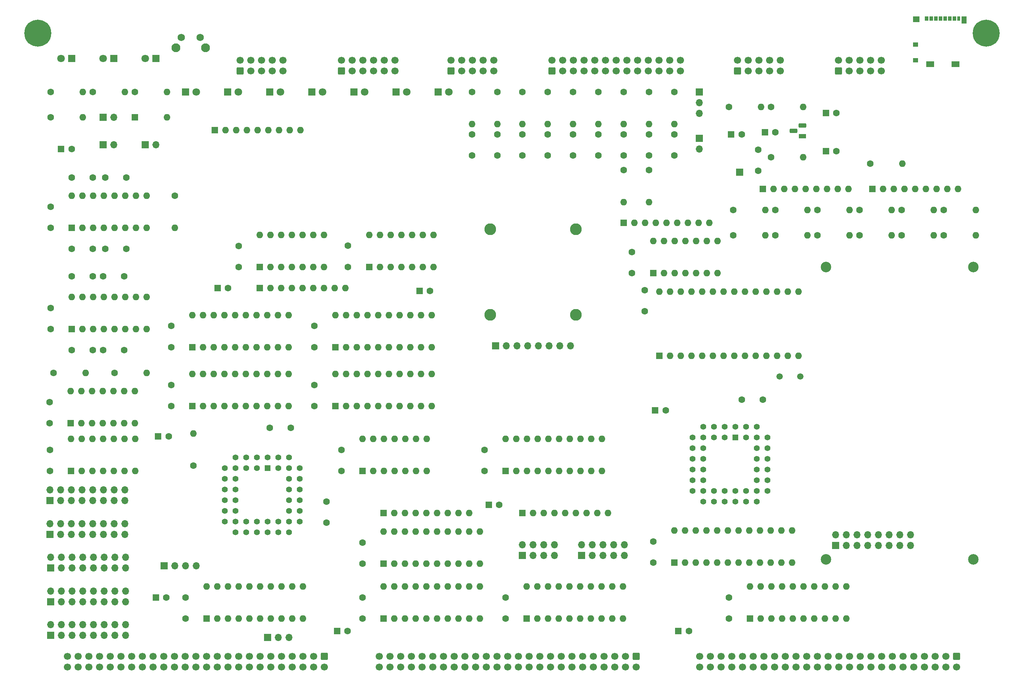
<source format=gbr>
%TF.GenerationSoftware,KiCad,Pcbnew,(6.0.11)*%
%TF.CreationDate,2024-03-24T09:47:06-04:00*%
%TF.ProjectId,input-output.Multi,696e7075-742d-46f7-9574-7075742e4d75,rev?*%
%TF.SameCoordinates,Original*%
%TF.FileFunction,Soldermask,Top*%
%TF.FilePolarity,Negative*%
%FSLAX46Y46*%
G04 Gerber Fmt 4.6, Leading zero omitted, Abs format (unit mm)*
G04 Created by KiCad (PCBNEW (6.0.11)) date 2024-03-24 09:47:06*
%MOMM*%
%LPD*%
G01*
G04 APERTURE LIST*
G04 Aperture macros list*
%AMRoundRect*
0 Rectangle with rounded corners*
0 $1 Rounding radius*
0 $2 $3 $4 $5 $6 $7 $8 $9 X,Y pos of 4 corners*
0 Add a 4 corners polygon primitive as box body*
4,1,4,$2,$3,$4,$5,$6,$7,$8,$9,$2,$3,0*
0 Add four circle primitives for the rounded corners*
1,1,$1+$1,$2,$3*
1,1,$1+$1,$4,$5*
1,1,$1+$1,$6,$7*
1,1,$1+$1,$8,$9*
0 Add four rect primitives between the rounded corners*
20,1,$1+$1,$2,$3,$4,$5,0*
20,1,$1+$1,$4,$5,$6,$7,0*
20,1,$1+$1,$6,$7,$8,$9,0*
20,1,$1+$1,$8,$9,$2,$3,0*%
G04 Aperture macros list end*
%ADD10C,1.600000*%
%ADD11R,1.600000X1.600000*%
%ADD12O,1.600000X1.600000*%
%ADD13R,1.800000X1.800000*%
%ADD14C,1.800000*%
%ADD15C,6.400000*%
%ADD16R,1.700000X1.700000*%
%ADD17O,1.700000X1.700000*%
%ADD18RoundRect,0.250000X0.600000X-0.600000X0.600000X0.600000X-0.600000X0.600000X-0.600000X-0.600000X0*%
%ADD19C,1.700000*%
%ADD20R,1.422400X1.422400*%
%ADD21C,1.422400*%
%ADD22R,1.800000X1.100000*%
%ADD23RoundRect,0.275000X0.625000X-0.275000X0.625000X0.275000X-0.625000X0.275000X-0.625000X-0.275000X0*%
%ADD24C,2.100000*%
%ADD25C,1.750000*%
%ADD26RoundRect,0.250000X-0.600000X0.600000X-0.600000X-0.600000X0.600000X-0.600000X0.600000X0.600000X0*%
%ADD27R,0.850000X1.100000*%
%ADD28R,0.750000X1.100000*%
%ADD29R,1.200000X1.000000*%
%ADD30R,1.170000X1.800000*%
%ADD31R,1.900000X1.350000*%
%ADD32R,1.550000X1.350000*%
%ADD33C,1.500000*%
%ADD34C,2.500000*%
%ADD35C,2.794000*%
G04 APERTURE END LIST*
D10*
%TO.C,C36*%
X113600000Y-125500000D03*
X113600000Y-130500000D03*
%TD*%
D11*
%TO.C,C1*%
X45500000Y-102500000D03*
D10*
X48000000Y-102500000D03*
%TD*%
D11*
%TO.C,C21*%
X204500000Y-99000000D03*
D10*
X207000000Y-99000000D03*
%TD*%
D11*
%TO.C,C22*%
X212500000Y-98500000D03*
D10*
X215000000Y-98500000D03*
%TD*%
%TO.C,C23*%
X210900000Y-102700000D03*
X210900000Y-107700000D03*
%TD*%
%TO.C,C24*%
X184000000Y-136000000D03*
X184000000Y-141000000D03*
%TD*%
%TO.C,C25*%
X42750000Y-162650000D03*
X42750000Y-167650000D03*
%TD*%
%TO.C,C26*%
X87625000Y-125550000D03*
X87625000Y-130550000D03*
%TD*%
%TO.C,C27*%
X186000000Y-195750000D03*
X186000000Y-200750000D03*
%TD*%
%TO.C,C28*%
X71625000Y-158550000D03*
X71625000Y-163550000D03*
%TD*%
%TO.C,C29*%
X71625000Y-144550000D03*
X71625000Y-149550000D03*
%TD*%
%TO.C,C30*%
X112000000Y-174000000D03*
X112000000Y-179000000D03*
%TD*%
%TO.C,C32*%
X204000000Y-209000000D03*
X204000000Y-214000000D03*
%TD*%
%TO.C,C33*%
X151000000Y-209000000D03*
X151000000Y-214000000D03*
%TD*%
D11*
%TO.C,C34*%
X186500000Y-164550000D03*
D10*
X189000000Y-164550000D03*
%TD*%
D11*
%TO.C,C35*%
X68000000Y-209000000D03*
D10*
X70500000Y-209000000D03*
%TD*%
D11*
%TO.C,C45*%
X82625000Y-135550000D03*
D10*
X85125000Y-135550000D03*
%TD*%
%TO.C,C46*%
X117000000Y-209000000D03*
X117000000Y-214000000D03*
%TD*%
%TO.C,C47*%
X181000000Y-127000000D03*
X181000000Y-132000000D03*
%TD*%
%TO.C,C48*%
X42875000Y-174000000D03*
X42875000Y-179000000D03*
%TD*%
%TO.C,C49*%
X108500000Y-186250000D03*
X108500000Y-191250000D03*
%TD*%
%TO.C,C53*%
X95000000Y-168750000D03*
X100000000Y-168750000D03*
%TD*%
D11*
%TO.C,C54*%
X111000000Y-217000000D03*
D10*
X113500000Y-217000000D03*
%TD*%
D11*
%TO.C,C55*%
X68544900Y-170750000D03*
D10*
X71044900Y-170750000D03*
%TD*%
%TO.C,C56*%
X117000000Y-196000000D03*
X117000000Y-201000000D03*
%TD*%
%TO.C,C57*%
X105625000Y-144550000D03*
X105625000Y-149550000D03*
%TD*%
D11*
%TO.C,C65*%
X147000000Y-187000000D03*
D10*
X149500000Y-187000000D03*
%TD*%
D11*
%TO.C,C66*%
X130544900Y-136250000D03*
D10*
X133044900Y-136250000D03*
%TD*%
D11*
%TO.C,C72*%
X227000000Y-94000000D03*
D10*
X229500000Y-94000000D03*
%TD*%
D11*
%TO.C,C73*%
X227000000Y-103000000D03*
D10*
X229500000Y-103000000D03*
%TD*%
D11*
%TO.C,D1*%
X63000000Y-95000000D03*
D12*
X70620000Y-95000000D03*
%TD*%
D13*
%TO.C,D10*%
X135000000Y-89000000D03*
D14*
X137540000Y-89000000D03*
%TD*%
D15*
%TO.C,H2*%
X265000000Y-75000000D03*
%TD*%
D16*
%TO.C,J3*%
X65500000Y-101500000D03*
D17*
X68040000Y-101500000D03*
%TD*%
D18*
%TO.C,J6*%
X112000000Y-84000000D03*
D19*
X112000000Y-81460000D03*
X114540000Y-84000000D03*
X114540000Y-81460000D03*
X117080000Y-84000000D03*
X117080000Y-81460000D03*
X119620000Y-84000000D03*
X119620000Y-81460000D03*
X122160000Y-84000000D03*
X122160000Y-81460000D03*
X124700000Y-84000000D03*
X124700000Y-81460000D03*
%TD*%
D16*
%TO.C,JP1*%
X55500000Y-95000000D03*
D17*
X58040000Y-95000000D03*
%TD*%
D18*
%TO.C,P4*%
X88000000Y-84000000D03*
D19*
X88000000Y-81460000D03*
X90540000Y-84000000D03*
X90540000Y-81460000D03*
X93080000Y-84000000D03*
X93080000Y-81460000D03*
X95620000Y-84000000D03*
X95620000Y-81460000D03*
X98160000Y-84000000D03*
X98160000Y-81460000D03*
%TD*%
D18*
%TO.C,P5*%
X138000000Y-84000000D03*
D19*
X138000000Y-81460000D03*
X140540000Y-84000000D03*
X140540000Y-81460000D03*
X143080000Y-84000000D03*
X143080000Y-81460000D03*
X145620000Y-84000000D03*
X145620000Y-81460000D03*
X148160000Y-84000000D03*
X148160000Y-81460000D03*
%TD*%
D10*
%TO.C,R2*%
X43000000Y-95000000D03*
D12*
X50620000Y-95000000D03*
%TD*%
D10*
%TO.C,R5*%
X53000000Y-89000000D03*
D12*
X60620000Y-89000000D03*
%TD*%
D10*
%TO.C,R8*%
X63000000Y-89000000D03*
D12*
X70620000Y-89000000D03*
%TD*%
D10*
%TO.C,R9*%
X43690000Y-155650000D03*
D12*
X51310000Y-155650000D03*
%TD*%
D10*
%TO.C,R12*%
X58190000Y-155650000D03*
D12*
X65810000Y-155650000D03*
%TD*%
D10*
%TO.C,R26*%
X191000000Y-89000000D03*
D12*
X191000000Y-96620000D03*
%TD*%
D10*
%TO.C,R31*%
X204000000Y-92500000D03*
D12*
X211620000Y-92500000D03*
%TD*%
D10*
%TO.C,R32*%
X214000000Y-92500000D03*
D12*
X221620000Y-92500000D03*
%TD*%
D10*
%TO.C,R33*%
X214000000Y-104500000D03*
D12*
X221620000Y-104500000D03*
%TD*%
D10*
%TO.C,R35*%
X179000000Y-107500000D03*
D12*
X179000000Y-115120000D03*
%TD*%
D10*
%TO.C,R36*%
X237500000Y-106000000D03*
D12*
X245120000Y-106000000D03*
%TD*%
D11*
%TO.C,RN1*%
X212000000Y-112000000D03*
D12*
X214540000Y-112000000D03*
X217080000Y-112000000D03*
X219620000Y-112000000D03*
X222160000Y-112000000D03*
X224700000Y-112000000D03*
X227240000Y-112000000D03*
X229780000Y-112000000D03*
X232320000Y-112000000D03*
%TD*%
D11*
%TO.C,RN4*%
X238000000Y-112000000D03*
D12*
X240540000Y-112000000D03*
X243080000Y-112000000D03*
X245620000Y-112000000D03*
X248160000Y-112000000D03*
X250700000Y-112000000D03*
X253240000Y-112000000D03*
X255780000Y-112000000D03*
X258320000Y-112000000D03*
%TD*%
D11*
%TO.C,RN8*%
X179000000Y-120000000D03*
D12*
X181540000Y-120000000D03*
X184080000Y-120000000D03*
X186620000Y-120000000D03*
X189160000Y-120000000D03*
X191700000Y-120000000D03*
X194240000Y-120000000D03*
X196780000Y-120000000D03*
X199320000Y-120000000D03*
%TD*%
D16*
%TO.C,SW2*%
X155000000Y-199000000D03*
D17*
X155000000Y-196460000D03*
X157540000Y-199000000D03*
X157540000Y-196460000D03*
X160080000Y-199000000D03*
X160080000Y-196460000D03*
X162620000Y-199000000D03*
X162620000Y-196460000D03*
%TD*%
D11*
%TO.C,U2*%
X122000000Y-201000000D03*
D12*
X124540000Y-201000000D03*
X127080000Y-201000000D03*
X129620000Y-201000000D03*
X132160000Y-201000000D03*
X134700000Y-201000000D03*
X137240000Y-201000000D03*
X139780000Y-201000000D03*
X142320000Y-201000000D03*
X144860000Y-201000000D03*
X144860000Y-193380000D03*
X142320000Y-193380000D03*
X139780000Y-193380000D03*
X137240000Y-193380000D03*
X134700000Y-193380000D03*
X132160000Y-193380000D03*
X129620000Y-193380000D03*
X127080000Y-193380000D03*
X124540000Y-193380000D03*
X122000000Y-193380000D03*
%TD*%
D11*
%TO.C,U3*%
X122000000Y-214000000D03*
D12*
X124540000Y-214000000D03*
X127080000Y-214000000D03*
X129620000Y-214000000D03*
X132160000Y-214000000D03*
X134700000Y-214000000D03*
X137240000Y-214000000D03*
X139780000Y-214000000D03*
X142320000Y-214000000D03*
X144860000Y-214000000D03*
X144860000Y-206380000D03*
X142320000Y-206380000D03*
X139780000Y-206380000D03*
X137240000Y-206380000D03*
X134700000Y-206380000D03*
X132160000Y-206380000D03*
X129620000Y-206380000D03*
X127080000Y-206380000D03*
X124540000Y-206380000D03*
X122000000Y-206380000D03*
%TD*%
D20*
%TO.C,U4*%
X94500000Y-178250000D03*
D21*
X91960000Y-175710000D03*
X91960000Y-178250000D03*
X89420000Y-175710000D03*
X89420000Y-178250000D03*
X86880000Y-175710000D03*
X84340000Y-178250000D03*
X86880000Y-178250000D03*
X84340000Y-180790000D03*
X86880000Y-180790000D03*
X84340000Y-183330000D03*
X86880000Y-183330000D03*
X84340000Y-185870000D03*
X86880000Y-185870000D03*
X84340000Y-188410000D03*
X86880000Y-188410000D03*
X84340000Y-190950000D03*
X86880000Y-193490000D03*
X86880000Y-190950000D03*
X89420000Y-193490000D03*
X89420000Y-190950000D03*
X91960000Y-193490000D03*
X91960000Y-190950000D03*
X94500000Y-193490000D03*
X94500000Y-190950000D03*
X97040000Y-193490000D03*
X97040000Y-190950000D03*
X99580000Y-193490000D03*
X102120000Y-190950000D03*
X99580000Y-190950000D03*
X102120000Y-188410000D03*
X99580000Y-188410000D03*
X102120000Y-185870000D03*
X99580000Y-185870000D03*
X102120000Y-183330000D03*
X99580000Y-183330000D03*
X102120000Y-180790000D03*
X99580000Y-180790000D03*
X102120000Y-178250000D03*
X99580000Y-175710000D03*
X99580000Y-178250000D03*
X97040000Y-175710000D03*
X97040000Y-178250000D03*
X94500000Y-175710000D03*
%TD*%
D11*
%TO.C,U5*%
X209000000Y-214000000D03*
D12*
X211540000Y-214000000D03*
X214080000Y-214000000D03*
X216620000Y-214000000D03*
X219160000Y-214000000D03*
X221700000Y-214000000D03*
X224240000Y-214000000D03*
X226780000Y-214000000D03*
X229320000Y-214000000D03*
X231860000Y-214000000D03*
X231860000Y-206380000D03*
X229320000Y-206380000D03*
X226780000Y-206380000D03*
X224240000Y-206380000D03*
X221700000Y-206380000D03*
X219160000Y-206380000D03*
X216620000Y-206380000D03*
X214080000Y-206380000D03*
X211540000Y-206380000D03*
X209000000Y-206380000D03*
%TD*%
D11*
%TO.C,U6*%
X117000000Y-179000000D03*
D12*
X119540000Y-179000000D03*
X122080000Y-179000000D03*
X124620000Y-179000000D03*
X127160000Y-179000000D03*
X129700000Y-179000000D03*
X132240000Y-179000000D03*
X132240000Y-171380000D03*
X129700000Y-171380000D03*
X127160000Y-171380000D03*
X124620000Y-171380000D03*
X122080000Y-171380000D03*
X119540000Y-171380000D03*
X117000000Y-171380000D03*
%TD*%
D11*
%TO.C,U7*%
X80000000Y-214000000D03*
D12*
X82540000Y-214000000D03*
X85080000Y-214000000D03*
X87620000Y-214000000D03*
X90160000Y-214000000D03*
X92700000Y-214000000D03*
X95240000Y-214000000D03*
X97780000Y-214000000D03*
X100320000Y-214000000D03*
X102860000Y-214000000D03*
X102860000Y-206380000D03*
X100320000Y-206380000D03*
X97780000Y-206380000D03*
X95240000Y-206380000D03*
X92700000Y-206380000D03*
X90160000Y-206380000D03*
X87620000Y-206380000D03*
X85080000Y-206380000D03*
X82540000Y-206380000D03*
X80000000Y-206380000D03*
%TD*%
D11*
%TO.C,U10*%
X47875000Y-179000000D03*
D12*
X50415000Y-179000000D03*
X52955000Y-179000000D03*
X55495000Y-179000000D03*
X58035000Y-179000000D03*
X60575000Y-179000000D03*
X63115000Y-179000000D03*
X63115000Y-171380000D03*
X60575000Y-171380000D03*
X58035000Y-171380000D03*
X55495000Y-171380000D03*
X52955000Y-171380000D03*
X50415000Y-171380000D03*
X47875000Y-171380000D03*
%TD*%
D11*
%TO.C,U16*%
X118625000Y-130550000D03*
D12*
X121165000Y-130550000D03*
X123705000Y-130550000D03*
X126245000Y-130550000D03*
X128785000Y-130550000D03*
X131325000Y-130550000D03*
X133865000Y-130550000D03*
X133865000Y-122930000D03*
X131325000Y-122930000D03*
X128785000Y-122930000D03*
X126245000Y-122930000D03*
X123705000Y-122930000D03*
X121165000Y-122930000D03*
X118625000Y-122930000D03*
%TD*%
D11*
%TO.C,U19*%
X92625000Y-130550000D03*
D12*
X95165000Y-130550000D03*
X97705000Y-130550000D03*
X100245000Y-130550000D03*
X102785000Y-130550000D03*
X105325000Y-130550000D03*
X107865000Y-130550000D03*
X107865000Y-122930000D03*
X105325000Y-122930000D03*
X102785000Y-122930000D03*
X100245000Y-122930000D03*
X97705000Y-122930000D03*
X95165000Y-122930000D03*
X92625000Y-122930000D03*
%TD*%
D11*
%TO.C,U21*%
X110625000Y-163550000D03*
D12*
X113165000Y-163550000D03*
X115705000Y-163550000D03*
X118245000Y-163550000D03*
X120785000Y-163550000D03*
X123325000Y-163550000D03*
X125865000Y-163550000D03*
X128405000Y-163550000D03*
X130945000Y-163550000D03*
X133485000Y-163550000D03*
X133485000Y-155930000D03*
X130945000Y-155930000D03*
X128405000Y-155930000D03*
X125865000Y-155930000D03*
X123325000Y-155930000D03*
X120785000Y-155930000D03*
X118245000Y-155930000D03*
X115705000Y-155930000D03*
X113165000Y-155930000D03*
X110625000Y-155930000D03*
%TD*%
D11*
%TO.C,U25*%
X186000000Y-132000000D03*
D12*
X188540000Y-132000000D03*
X191080000Y-132000000D03*
X193620000Y-132000000D03*
X196160000Y-132000000D03*
X198700000Y-132000000D03*
X201240000Y-132000000D03*
X201240000Y-124380000D03*
X198700000Y-124380000D03*
X196160000Y-124380000D03*
X193620000Y-124380000D03*
X191080000Y-124380000D03*
X188540000Y-124380000D03*
X186000000Y-124380000D03*
%TD*%
D20*
%TO.C,U26*%
X205500000Y-171050000D03*
D21*
X202960000Y-168510000D03*
X202960000Y-171050000D03*
X200420000Y-168510000D03*
X200420000Y-171050000D03*
X197880000Y-168510000D03*
X195340000Y-171050000D03*
X197880000Y-171050000D03*
X195340000Y-173590000D03*
X197880000Y-173590000D03*
X195340000Y-176130000D03*
X197880000Y-176130000D03*
X195340000Y-178670000D03*
X197880000Y-178670000D03*
X195340000Y-181210000D03*
X197880000Y-181210000D03*
X195340000Y-183750000D03*
X197880000Y-186290000D03*
X197880000Y-183750000D03*
X200420000Y-186290000D03*
X200420000Y-183750000D03*
X202960000Y-186290000D03*
X202960000Y-183750000D03*
X205500000Y-186290000D03*
X205500000Y-183750000D03*
X208040000Y-186290000D03*
X208040000Y-183750000D03*
X210580000Y-186290000D03*
X213120000Y-183750000D03*
X210580000Y-183750000D03*
X213120000Y-181210000D03*
X210580000Y-181210000D03*
X213120000Y-178670000D03*
X210580000Y-178670000D03*
X213120000Y-176130000D03*
X210580000Y-176130000D03*
X213120000Y-173590000D03*
X210580000Y-173590000D03*
X213120000Y-171050000D03*
X210580000Y-168510000D03*
X210580000Y-171050000D03*
X208040000Y-168510000D03*
X208040000Y-171050000D03*
X205500000Y-168510000D03*
%TD*%
D11*
%TO.C,U27*%
X187475000Y-151625000D03*
D12*
X190015000Y-151625000D03*
X192555000Y-151625000D03*
X195095000Y-151625000D03*
X197635000Y-151625000D03*
X200175000Y-151625000D03*
X202715000Y-151625000D03*
X205255000Y-151625000D03*
X207795000Y-151625000D03*
X210335000Y-151625000D03*
X212875000Y-151625000D03*
X215415000Y-151625000D03*
X217955000Y-151625000D03*
X220495000Y-151625000D03*
X220495000Y-136385000D03*
X217955000Y-136385000D03*
X215415000Y-136385000D03*
X212875000Y-136385000D03*
X210335000Y-136385000D03*
X207795000Y-136385000D03*
X205255000Y-136385000D03*
X202715000Y-136385000D03*
X200175000Y-136385000D03*
X197635000Y-136385000D03*
X195095000Y-136385000D03*
X192555000Y-136385000D03*
X190015000Y-136385000D03*
X187475000Y-136385000D03*
%TD*%
D22*
%TO.C,U32*%
X221400000Y-99500000D03*
D23*
X219330000Y-98230000D03*
X221400000Y-96960000D03*
%TD*%
D16*
%TO.C,J1*%
X42875000Y-186025000D03*
D17*
X42875000Y-183485000D03*
X45415000Y-186025000D03*
X45415000Y-183485000D03*
X47955000Y-186025000D03*
X47955000Y-183485000D03*
X50495000Y-186025000D03*
X50495000Y-183485000D03*
X53035000Y-186025000D03*
X53035000Y-183485000D03*
X55575000Y-186025000D03*
X55575000Y-183485000D03*
X58115000Y-186025000D03*
X58115000Y-183485000D03*
X60655000Y-186025000D03*
X60655000Y-183485000D03*
%TD*%
D16*
%TO.C,J5*%
X43000000Y-210000000D03*
D17*
X43000000Y-207460000D03*
X45540000Y-210000000D03*
X45540000Y-207460000D03*
X48080000Y-210000000D03*
X48080000Y-207460000D03*
X50620000Y-210000000D03*
X50620000Y-207460000D03*
X53160000Y-210000000D03*
X53160000Y-207460000D03*
X55700000Y-210000000D03*
X55700000Y-207460000D03*
X58240000Y-210000000D03*
X58240000Y-207460000D03*
X60780000Y-210000000D03*
X60780000Y-207460000D03*
%TD*%
D16*
%TO.C,J12*%
X43000000Y-218000000D03*
D17*
X43000000Y-215460000D03*
X45540000Y-218000000D03*
X45540000Y-215460000D03*
X48080000Y-218000000D03*
X48080000Y-215460000D03*
X50620000Y-218000000D03*
X50620000Y-215460000D03*
X53160000Y-218000000D03*
X53160000Y-215460000D03*
X55700000Y-218000000D03*
X55700000Y-215460000D03*
X58240000Y-218000000D03*
X58240000Y-215460000D03*
X60780000Y-218000000D03*
X60780000Y-215460000D03*
%TD*%
D11*
%TO.C,U1*%
X47750000Y-167650000D03*
D12*
X50290000Y-167650000D03*
X52830000Y-167650000D03*
X55370000Y-167650000D03*
X57910000Y-167650000D03*
X60450000Y-167650000D03*
X62990000Y-167650000D03*
X62990000Y-160030000D03*
X60450000Y-160030000D03*
X57910000Y-160030000D03*
X55370000Y-160030000D03*
X52830000Y-160030000D03*
X50290000Y-160030000D03*
X47750000Y-160030000D03*
%TD*%
D10*
%TO.C,R20*%
X167000000Y-89000000D03*
D12*
X167000000Y-96620000D03*
%TD*%
D10*
%TO.C,C18*%
X185000000Y-99000000D03*
X185000000Y-104000000D03*
%TD*%
D18*
%TO.C,J14*%
X206000000Y-84000000D03*
D19*
X206000000Y-81460000D03*
X208540000Y-84000000D03*
X208540000Y-81460000D03*
X211080000Y-84000000D03*
X211080000Y-81460000D03*
X213620000Y-84000000D03*
X213620000Y-81460000D03*
X216160000Y-84000000D03*
X216160000Y-81460000D03*
%TD*%
D18*
%TO.C,J15*%
X230000000Y-84000000D03*
D19*
X230000000Y-81460000D03*
X232540000Y-84000000D03*
X232540000Y-81460000D03*
X235080000Y-84000000D03*
X235080000Y-81460000D03*
X237620000Y-84000000D03*
X237620000Y-81460000D03*
X240160000Y-84000000D03*
X240160000Y-81460000D03*
%TD*%
D16*
%TO.C,J2*%
X43000000Y-202000000D03*
D17*
X43000000Y-199460000D03*
X45540000Y-202000000D03*
X45540000Y-199460000D03*
X48080000Y-202000000D03*
X48080000Y-199460000D03*
X50620000Y-202000000D03*
X50620000Y-199460000D03*
X53160000Y-202000000D03*
X53160000Y-199460000D03*
X55700000Y-202000000D03*
X55700000Y-199460000D03*
X58240000Y-202000000D03*
X58240000Y-199460000D03*
X60780000Y-202000000D03*
X60780000Y-199460000D03*
%TD*%
D10*
%TO.C,C12*%
X149000000Y-99000000D03*
X149000000Y-104000000D03*
%TD*%
%TO.C,C13*%
X155000000Y-99000000D03*
X155000000Y-104000000D03*
%TD*%
%TO.C,C14*%
X161000000Y-99000000D03*
X161000000Y-104000000D03*
%TD*%
%TO.C,C15*%
X167000000Y-99000000D03*
X167000000Y-104000000D03*
%TD*%
%TO.C,C16*%
X173000000Y-99000000D03*
X173000000Y-104000000D03*
%TD*%
%TO.C,C17*%
X179000000Y-99000000D03*
X179000000Y-104000000D03*
%TD*%
%TO.C,C19*%
X191000000Y-99000000D03*
X191000000Y-104000000D03*
%TD*%
%TO.C,C20*%
X143000000Y-99000000D03*
X143000000Y-104000000D03*
%TD*%
%TO.C,C9*%
X43000000Y-140250000D03*
X43000000Y-145250000D03*
%TD*%
D18*
%TO.C,P6*%
X162000000Y-84000000D03*
D19*
X162000000Y-81460000D03*
X164540000Y-84000000D03*
X164540000Y-81460000D03*
X167080000Y-84000000D03*
X167080000Y-81460000D03*
X169620000Y-84000000D03*
X169620000Y-81460000D03*
X172160000Y-84000000D03*
X172160000Y-81460000D03*
X174700000Y-84000000D03*
X174700000Y-81460000D03*
X177240000Y-84000000D03*
X177240000Y-81460000D03*
X179780000Y-84000000D03*
X179780000Y-81460000D03*
X182320000Y-84000000D03*
X182320000Y-81460000D03*
X184860000Y-84000000D03*
X184860000Y-81460000D03*
X187400000Y-84000000D03*
X187400000Y-81460000D03*
X189940000Y-84000000D03*
X189940000Y-81460000D03*
X192480000Y-84000000D03*
X192480000Y-81460000D03*
%TD*%
D10*
%TO.C,R17*%
X149000000Y-89000000D03*
D12*
X149000000Y-96620000D03*
%TD*%
D10*
%TO.C,R18*%
X155000000Y-89000000D03*
D12*
X155000000Y-96620000D03*
%TD*%
D10*
%TO.C,R19*%
X161000000Y-89000000D03*
D12*
X161000000Y-96620000D03*
%TD*%
D10*
%TO.C,R23*%
X173000000Y-89000000D03*
D12*
X173000000Y-96620000D03*
%TD*%
D10*
%TO.C,R24*%
X179000000Y-89000000D03*
D12*
X179000000Y-96620000D03*
%TD*%
D10*
%TO.C,R25*%
X185000000Y-89000000D03*
D12*
X185000000Y-96620000D03*
%TD*%
D10*
%TO.C,R28*%
X143000000Y-89000000D03*
D12*
X143000000Y-96620000D03*
%TD*%
D11*
%TO.C,RN7*%
X92625000Y-135550000D03*
D12*
X95165000Y-135550000D03*
X97705000Y-135550000D03*
X100245000Y-135550000D03*
X102785000Y-135550000D03*
X105325000Y-135550000D03*
X107865000Y-135550000D03*
X110405000Y-135550000D03*
X112945000Y-135550000D03*
%TD*%
D11*
%TO.C,U12*%
X156000000Y-214000000D03*
D12*
X158540000Y-214000000D03*
X161080000Y-214000000D03*
X163620000Y-214000000D03*
X166160000Y-214000000D03*
X168700000Y-214000000D03*
X171240000Y-214000000D03*
X173780000Y-214000000D03*
X176320000Y-214000000D03*
X178860000Y-214000000D03*
X178860000Y-206380000D03*
X176320000Y-206380000D03*
X173780000Y-206380000D03*
X171240000Y-206380000D03*
X168700000Y-206380000D03*
X166160000Y-206380000D03*
X163620000Y-206380000D03*
X161080000Y-206380000D03*
X158540000Y-206380000D03*
X156000000Y-206380000D03*
%TD*%
D11*
%TO.C,U18*%
X76625000Y-149550000D03*
D12*
X79165000Y-149550000D03*
X81705000Y-149550000D03*
X84245000Y-149550000D03*
X86785000Y-149550000D03*
X89325000Y-149550000D03*
X91865000Y-149550000D03*
X94405000Y-149550000D03*
X96945000Y-149550000D03*
X99485000Y-149550000D03*
X99485000Y-141930000D03*
X96945000Y-141930000D03*
X94405000Y-141930000D03*
X91865000Y-141930000D03*
X89325000Y-141930000D03*
X86785000Y-141930000D03*
X84245000Y-141930000D03*
X81705000Y-141930000D03*
X79165000Y-141930000D03*
X76625000Y-141930000D03*
%TD*%
D11*
%TO.C,U20*%
X110625000Y-149550000D03*
D12*
X113165000Y-149550000D03*
X115705000Y-149550000D03*
X118245000Y-149550000D03*
X120785000Y-149550000D03*
X123325000Y-149550000D03*
X125865000Y-149550000D03*
X128405000Y-149550000D03*
X130945000Y-149550000D03*
X133485000Y-149550000D03*
X133485000Y-141930000D03*
X130945000Y-141930000D03*
X128405000Y-141930000D03*
X125865000Y-141930000D03*
X123325000Y-141930000D03*
X120785000Y-141930000D03*
X118245000Y-141930000D03*
X115705000Y-141930000D03*
X113165000Y-141930000D03*
X110625000Y-141930000D03*
%TD*%
D11*
%TO.C,U22*%
X76625000Y-163550000D03*
D12*
X79165000Y-163550000D03*
X81705000Y-163550000D03*
X84245000Y-163550000D03*
X86785000Y-163550000D03*
X89325000Y-163550000D03*
X91865000Y-163550000D03*
X94405000Y-163550000D03*
X96945000Y-163550000D03*
X99485000Y-163550000D03*
X99485000Y-155930000D03*
X96945000Y-155930000D03*
X94405000Y-155930000D03*
X91865000Y-155930000D03*
X89325000Y-155930000D03*
X86785000Y-155930000D03*
X84245000Y-155930000D03*
X81705000Y-155930000D03*
X79165000Y-155930000D03*
X76625000Y-155930000D03*
%TD*%
D11*
%TO.C,U23*%
X151000000Y-179000000D03*
D12*
X153540000Y-179000000D03*
X156080000Y-179000000D03*
X158620000Y-179000000D03*
X161160000Y-179000000D03*
X163700000Y-179000000D03*
X166240000Y-179000000D03*
X168780000Y-179000000D03*
X171320000Y-179000000D03*
X173860000Y-179000000D03*
X173860000Y-171380000D03*
X171320000Y-171380000D03*
X168780000Y-171380000D03*
X166240000Y-171380000D03*
X163700000Y-171380000D03*
X161160000Y-171380000D03*
X158620000Y-171380000D03*
X156080000Y-171380000D03*
X153540000Y-171380000D03*
X151000000Y-171380000D03*
%TD*%
D10*
%TO.C,C51*%
X146000000Y-174000000D03*
X146000000Y-179000000D03*
%TD*%
%TO.C,C31*%
X75000000Y-209000000D03*
X75000000Y-214000000D03*
%TD*%
D16*
%TO.C,J13*%
X42875000Y-194025000D03*
D17*
X42875000Y-191485000D03*
X45415000Y-194025000D03*
X45415000Y-191485000D03*
X47955000Y-194025000D03*
X47955000Y-191485000D03*
X50495000Y-194025000D03*
X50495000Y-191485000D03*
X53035000Y-194025000D03*
X53035000Y-191485000D03*
X55575000Y-194025000D03*
X55575000Y-191485000D03*
X58115000Y-194025000D03*
X58115000Y-191485000D03*
X60655000Y-194025000D03*
X60655000Y-191485000D03*
%TD*%
D10*
%TO.C,C52*%
X207000000Y-162050000D03*
X212000000Y-162050000D03*
%TD*%
%TO.C,C2*%
X48000000Y-126250000D03*
X53000000Y-126250000D03*
%TD*%
%TO.C,C3*%
X56000000Y-126250000D03*
X61000000Y-126250000D03*
%TD*%
%TO.C,C4*%
X48000000Y-150250000D03*
X53000000Y-150250000D03*
%TD*%
%TO.C,C5*%
X55500000Y-150250000D03*
X60500000Y-150250000D03*
%TD*%
%TO.C,C6*%
X48000000Y-109250000D03*
X53000000Y-109250000D03*
%TD*%
%TO.C,C8*%
X48000000Y-132750000D03*
X53000000Y-132750000D03*
%TD*%
%TO.C,C10*%
X56000000Y-109250000D03*
X61000000Y-109250000D03*
%TD*%
%TO.C,C11*%
X55500000Y-132750000D03*
X60500000Y-132750000D03*
%TD*%
%TO.C,C50*%
X105625000Y-158550000D03*
X105625000Y-163550000D03*
%TD*%
D11*
%TO.C,U8*%
X48000000Y-121250000D03*
D12*
X50540000Y-121250000D03*
X53080000Y-121250000D03*
X55620000Y-121250000D03*
X58160000Y-121250000D03*
X60700000Y-121250000D03*
X63240000Y-121250000D03*
X65780000Y-121250000D03*
X65780000Y-113630000D03*
X63240000Y-113630000D03*
X60700000Y-113630000D03*
X58160000Y-113630000D03*
X55620000Y-113630000D03*
X53080000Y-113630000D03*
X50540000Y-113630000D03*
X48000000Y-113630000D03*
%TD*%
D11*
%TO.C,U9*%
X48000000Y-145250000D03*
D12*
X50540000Y-145250000D03*
X53080000Y-145250000D03*
X55620000Y-145250000D03*
X58160000Y-145250000D03*
X60700000Y-145250000D03*
X63240000Y-145250000D03*
X65780000Y-145250000D03*
X65780000Y-137630000D03*
X63240000Y-137630000D03*
X60700000Y-137630000D03*
X58160000Y-137630000D03*
X55620000Y-137630000D03*
X53080000Y-137630000D03*
X50540000Y-137630000D03*
X48000000Y-137630000D03*
%TD*%
D13*
%TO.C,D2*%
X58000000Y-81000000D03*
D14*
X55460000Y-81000000D03*
%TD*%
D15*
%TO.C,H1*%
X40000000Y-75000000D03*
%TD*%
D10*
%TO.C,R37*%
X43000000Y-89000000D03*
D12*
X50620000Y-89000000D03*
%TD*%
D24*
%TO.C,SW1*%
X79760000Y-78490000D03*
X72750000Y-78490000D03*
D25*
X74000000Y-76000000D03*
X78500000Y-76000000D03*
%TD*%
D13*
%TO.C,D9*%
X68000000Y-81000000D03*
D14*
X65460000Y-81000000D03*
%TD*%
D13*
%TO.C,D11*%
X48000000Y-81000000D03*
D14*
X45460000Y-81000000D03*
%TD*%
D13*
%TO.C,D5*%
X75000000Y-89000000D03*
D14*
X77540000Y-89000000D03*
%TD*%
D13*
%TO.C,D4*%
X85000000Y-89000000D03*
D14*
X87540000Y-89000000D03*
%TD*%
D13*
%TO.C,D3*%
X95000000Y-89000000D03*
D14*
X97540000Y-89000000D03*
%TD*%
D13*
%TO.C,D6*%
X105000000Y-89000000D03*
D14*
X107540000Y-89000000D03*
%TD*%
D13*
%TO.C,D8*%
X125000000Y-89000000D03*
D14*
X127540000Y-89000000D03*
%TD*%
D13*
%TO.C,D7*%
X115000000Y-89000000D03*
D14*
X117540000Y-89000000D03*
%TD*%
D11*
%TO.C,C44*%
X192000000Y-217000000D03*
D10*
X194500000Y-217000000D03*
%TD*%
D26*
%TO.C,P2*%
X182000000Y-223000000D03*
D19*
X182000000Y-225540000D03*
X179460000Y-223000000D03*
X179460000Y-225540000D03*
X176920000Y-223000000D03*
X176920000Y-225540000D03*
X174380000Y-223000000D03*
X174380000Y-225540000D03*
X171840000Y-223000000D03*
X171840000Y-225540000D03*
X169300000Y-223000000D03*
X169300000Y-225540000D03*
X166760000Y-223000000D03*
X166760000Y-225540000D03*
X164220000Y-223000000D03*
X164220000Y-225540000D03*
X161680000Y-223000000D03*
X161680000Y-225540000D03*
X159140000Y-223000000D03*
X159140000Y-225540000D03*
X156600000Y-223000000D03*
X156600000Y-225540000D03*
X154060000Y-223000000D03*
X154060000Y-225540000D03*
X151520000Y-223000000D03*
X151520000Y-225540000D03*
X148980000Y-223000000D03*
X148980000Y-225540000D03*
X146440000Y-223000000D03*
X146440000Y-225540000D03*
X143900000Y-223000000D03*
X143900000Y-225540000D03*
X141360000Y-223000000D03*
X141360000Y-225540000D03*
X138820000Y-223000000D03*
X138820000Y-225540000D03*
X136280000Y-223000000D03*
X136280000Y-225540000D03*
X133740000Y-223000000D03*
X133740000Y-225540000D03*
X131200000Y-223000000D03*
X131200000Y-225540000D03*
X128660000Y-223000000D03*
X128660000Y-225540000D03*
X126120000Y-223000000D03*
X126120000Y-225540000D03*
X123580000Y-223000000D03*
X123580000Y-225540000D03*
X121040000Y-223000000D03*
X121040000Y-225540000D03*
%TD*%
D26*
%TO.C,P3*%
X258000000Y-223000000D03*
D19*
X258000000Y-225540000D03*
X255460000Y-223000000D03*
X255460000Y-225540000D03*
X252920000Y-223000000D03*
X252920000Y-225540000D03*
X250380000Y-223000000D03*
X250380000Y-225540000D03*
X247840000Y-223000000D03*
X247840000Y-225540000D03*
X245300000Y-223000000D03*
X245300000Y-225540000D03*
X242760000Y-223000000D03*
X242760000Y-225540000D03*
X240220000Y-223000000D03*
X240220000Y-225540000D03*
X237680000Y-223000000D03*
X237680000Y-225540000D03*
X235140000Y-223000000D03*
X235140000Y-225540000D03*
X232600000Y-223000000D03*
X232600000Y-225540000D03*
X230060000Y-223000000D03*
X230060000Y-225540000D03*
X227520000Y-223000000D03*
X227520000Y-225540000D03*
X224980000Y-223000000D03*
X224980000Y-225540000D03*
X222440000Y-223000000D03*
X222440000Y-225540000D03*
X219900000Y-223000000D03*
X219900000Y-225540000D03*
X217360000Y-223000000D03*
X217360000Y-225540000D03*
X214820000Y-223000000D03*
X214820000Y-225540000D03*
X212280000Y-223000000D03*
X212280000Y-225540000D03*
X209740000Y-223000000D03*
X209740000Y-225540000D03*
X207200000Y-223000000D03*
X207200000Y-225540000D03*
X204660000Y-223000000D03*
X204660000Y-225540000D03*
X202120000Y-223000000D03*
X202120000Y-225540000D03*
X199580000Y-223000000D03*
X199580000Y-225540000D03*
X197040000Y-223000000D03*
X197040000Y-225540000D03*
%TD*%
D11*
%TO.C,U11*%
X191000000Y-200750000D03*
D12*
X193540000Y-200750000D03*
X196080000Y-200750000D03*
X198620000Y-200750000D03*
X201160000Y-200750000D03*
X203700000Y-200750000D03*
X206240000Y-200750000D03*
X208780000Y-200750000D03*
X211320000Y-200750000D03*
X213860000Y-200750000D03*
X216400000Y-200750000D03*
X218940000Y-200750000D03*
X218940000Y-193130000D03*
X216400000Y-193130000D03*
X213860000Y-193130000D03*
X211320000Y-193130000D03*
X208780000Y-193130000D03*
X206240000Y-193130000D03*
X203700000Y-193130000D03*
X201160000Y-193130000D03*
X198620000Y-193130000D03*
X196080000Y-193130000D03*
X193540000Y-193130000D03*
X191000000Y-193130000D03*
%TD*%
D26*
%TO.C,P1*%
X108000000Y-223000000D03*
D19*
X108000000Y-225540000D03*
X105460000Y-223000000D03*
X105460000Y-225540000D03*
X102920000Y-223000000D03*
X102920000Y-225540000D03*
X100380000Y-223000000D03*
X100380000Y-225540000D03*
X97840000Y-223000000D03*
X97840000Y-225540000D03*
X95300000Y-223000000D03*
X95300000Y-225540000D03*
X92760000Y-223000000D03*
X92760000Y-225540000D03*
X90220000Y-223000000D03*
X90220000Y-225540000D03*
X87680000Y-223000000D03*
X87680000Y-225540000D03*
X85140000Y-223000000D03*
X85140000Y-225540000D03*
X82600000Y-223000000D03*
X82600000Y-225540000D03*
X80060000Y-223000000D03*
X80060000Y-225540000D03*
X77520000Y-223000000D03*
X77520000Y-225540000D03*
X74980000Y-223000000D03*
X74980000Y-225540000D03*
X72440000Y-223000000D03*
X72440000Y-225540000D03*
X69900000Y-223000000D03*
X69900000Y-225540000D03*
X67360000Y-223000000D03*
X67360000Y-225540000D03*
X64820000Y-223000000D03*
X64820000Y-225540000D03*
X62280000Y-223000000D03*
X62280000Y-225540000D03*
X59740000Y-223000000D03*
X59740000Y-225540000D03*
X57200000Y-223000000D03*
X57200000Y-225540000D03*
X54660000Y-223000000D03*
X54660000Y-225540000D03*
X52120000Y-223000000D03*
X52120000Y-225540000D03*
X49580000Y-223000000D03*
X49580000Y-225540000D03*
X47040000Y-223000000D03*
X47040000Y-225540000D03*
%TD*%
D16*
%TO.C,SW3*%
X169000000Y-199000000D03*
D17*
X169000000Y-196460000D03*
X171540000Y-199000000D03*
X171540000Y-196460000D03*
X174080000Y-199000000D03*
X174080000Y-196460000D03*
X176620000Y-199000000D03*
X176620000Y-196460000D03*
X179160000Y-199000000D03*
X179160000Y-196460000D03*
%TD*%
D11*
%TO.C,RN6*%
X155000000Y-189000000D03*
D12*
X157540000Y-189000000D03*
X160080000Y-189000000D03*
X162620000Y-189000000D03*
X165160000Y-189000000D03*
X167700000Y-189000000D03*
X170240000Y-189000000D03*
X172780000Y-189000000D03*
X175320000Y-189000000D03*
%TD*%
D11*
%TO.C,RN5*%
X122000000Y-189000000D03*
D12*
X124540000Y-189000000D03*
X127080000Y-189000000D03*
X129620000Y-189000000D03*
X132160000Y-189000000D03*
X134700000Y-189000000D03*
X137240000Y-189000000D03*
X139780000Y-189000000D03*
X142320000Y-189000000D03*
%TD*%
D10*
%TO.C,C7*%
X43000000Y-116250000D03*
X43000000Y-121250000D03*
%TD*%
D16*
%TO.C,J4*%
X55500000Y-101500000D03*
D17*
X58040000Y-101500000D03*
%TD*%
D27*
%TO.C,J8*%
X250895000Y-71550000D03*
X251995000Y-71550000D03*
X253095000Y-71550000D03*
X254195000Y-71550000D03*
X255295000Y-71550000D03*
X256395000Y-71550000D03*
X257495000Y-71550000D03*
D28*
X258545000Y-71550000D03*
D29*
X248260000Y-77700000D03*
X248260000Y-81400000D03*
D30*
X259755000Y-71900000D03*
D31*
X251760000Y-82375000D03*
X257730000Y-82375000D03*
D32*
X248435000Y-71675000D03*
%TD*%
D33*
%TO.C,Y1*%
X216000000Y-156500000D03*
X220880000Y-156500000D03*
%TD*%
D11*
%TO.C,RN9*%
X82000000Y-98000000D03*
D12*
X84540000Y-98000000D03*
X87080000Y-98000000D03*
X89620000Y-98000000D03*
X92160000Y-98000000D03*
X94700000Y-98000000D03*
X97240000Y-98000000D03*
X99780000Y-98000000D03*
X102320000Y-98000000D03*
%TD*%
D16*
%TO.C,P7*%
X70000000Y-201500000D03*
D17*
X72540000Y-201500000D03*
X75080000Y-201500000D03*
X77620000Y-201500000D03*
%TD*%
D10*
%TO.C,R29*%
X76900000Y-177710000D03*
D12*
X76900000Y-170090000D03*
%TD*%
D16*
%TO.C,J20*%
X94475000Y-218500000D03*
D17*
X97015000Y-218500000D03*
X99555000Y-218500000D03*
%TD*%
D16*
%TO.C,J22*%
X197000000Y-100000000D03*
D17*
X197000000Y-102540000D03*
%TD*%
D10*
%TO.C,R16*%
X205000000Y-117000000D03*
D12*
X212620000Y-117000000D03*
%TD*%
D10*
%TO.C,R11*%
X185000000Y-107500000D03*
D12*
X185000000Y-115120000D03*
%TD*%
D10*
%TO.C,R6*%
X205000000Y-123000000D03*
D12*
X212620000Y-123000000D03*
%TD*%
D10*
%TO.C,R1*%
X235000000Y-117000000D03*
D12*
X242620000Y-117000000D03*
%TD*%
D10*
%TO.C,R27*%
X72500000Y-113590000D03*
D12*
X72500000Y-121210000D03*
%TD*%
D10*
%TO.C,R3*%
X225000000Y-123000000D03*
D12*
X232620000Y-123000000D03*
%TD*%
D34*
%TO.C,J23*%
X262000000Y-130500000D03*
X227000000Y-130500000D03*
X227000000Y-200000000D03*
X262000000Y-200000000D03*
D16*
X229330000Y-196670000D03*
D17*
X229330000Y-194130000D03*
X231870000Y-196670000D03*
X231870000Y-194130000D03*
X234410000Y-196670000D03*
X234410000Y-194130000D03*
X236950000Y-196670000D03*
X236950000Y-194130000D03*
X239490000Y-196670000D03*
X239490000Y-194130000D03*
X242030000Y-196670000D03*
X242030000Y-194130000D03*
X244570000Y-196670000D03*
X244570000Y-194130000D03*
X247110000Y-196670000D03*
X247110000Y-194130000D03*
%TD*%
D16*
%TO.C,J21*%
X197000000Y-89000000D03*
D17*
X197000000Y-91540000D03*
X197000000Y-94080000D03*
%TD*%
D10*
%TO.C,R10*%
X255000000Y-123000000D03*
D12*
X262620000Y-123000000D03*
%TD*%
D16*
%TO.C,J9*%
X148610000Y-149230500D03*
D17*
X151150000Y-149230500D03*
X153690000Y-149230500D03*
X156230000Y-149230500D03*
X158770000Y-149230500D03*
X161310000Y-149230500D03*
X163850000Y-149230500D03*
X166390000Y-149230500D03*
D35*
X147340000Y-121544500D03*
X167660000Y-121544500D03*
X167660000Y-141864500D03*
X147340000Y-141864500D03*
%TD*%
D10*
%TO.C,R13*%
X235000000Y-123000000D03*
D12*
X242620000Y-123000000D03*
%TD*%
D10*
%TO.C,R14*%
X225000000Y-117000000D03*
D12*
X232620000Y-117000000D03*
%TD*%
D10*
%TO.C,R21*%
X245000000Y-117000000D03*
D12*
X252620000Y-117000000D03*
%TD*%
D10*
%TO.C,R15*%
X215000000Y-117000000D03*
D12*
X222620000Y-117000000D03*
%TD*%
D16*
%TO.C,J7*%
X206500000Y-108000000D03*
%TD*%
D10*
%TO.C,R4*%
X215000000Y-123000000D03*
D12*
X222620000Y-123000000D03*
%TD*%
D10*
%TO.C,R7*%
X245000000Y-123000000D03*
D12*
X252620000Y-123000000D03*
%TD*%
D10*
%TO.C,R22*%
X255000000Y-117000000D03*
D12*
X262620000Y-117000000D03*
%TD*%
M02*

</source>
